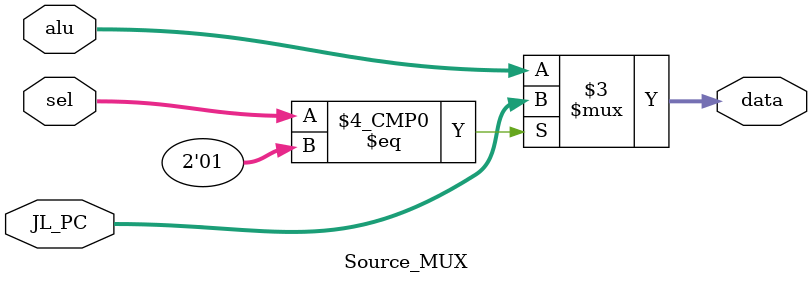
<source format=v>
module Instr_MUX(input i_hit, jump, input[15:0] instr_i, output reg [15:0] instr_o);
	always @(*)
		if (~i_hit|jump)
			instr_o = 16'h0000;
		else
			instr_o = instr_i;
endmodule

module P1_MUX(input sel, input [7:0] imme, input [15:0] p1, output reg [15:0] data);

	always @(*) begin
		if (sel) 
			data = {8'h00,imme};
		else
			data = p1;
	end
endmodule

module Flush_MUX(input miss, input [15:0] instr_in, output reg [15:0] instr_out);

always @(*)
	if (miss)
		instr_out = 16'h0000;
	else
		instr_out = instr_in;
endmodule

module JR_MUX(input sel, input [15:0] imme, input [15:0] Reg, output reg [15:0] J_R);
always @(*)
	if (sel)
		J_R = Reg;
	else 
		J_R = imme;
endmodule

module Source_MUX(input[1:0] sel, input [15:0] JL_PC, input[15:0] alu, output reg [15:0] data);
always @(*)
	case (sel)
		2'b00:
			data = alu;
		2'b01:
			data = JL_PC;
		default:
			data = alu;
	endcase
endmodule

</source>
